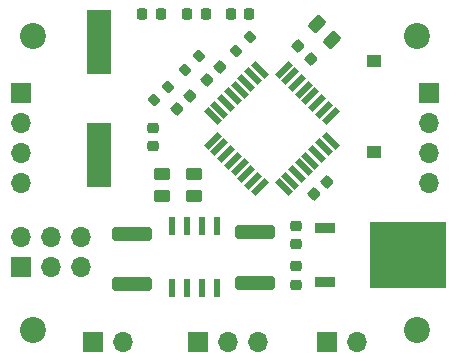
<source format=gbr>
%TF.GenerationSoftware,KiCad,Pcbnew,(6.0.2)*%
%TF.CreationDate,2022-04-29T01:07:20-04:00*%
%TF.ProjectId,Spacecraft ATmega328 MOSFET,53706163-6563-4726-9166-742041546d65,rev?*%
%TF.SameCoordinates,Original*%
%TF.FileFunction,Soldermask,Top*%
%TF.FilePolarity,Negative*%
%FSLAX46Y46*%
G04 Gerber Fmt 4.6, Leading zero omitted, Abs format (unit mm)*
G04 Created by KiCad (PCBNEW (6.0.2)) date 2022-04-29 01:07:20*
%MOMM*%
%LPD*%
G01*
G04 APERTURE LIST*
G04 Aperture macros list*
%AMRoundRect*
0 Rectangle with rounded corners*
0 $1 Rounding radius*
0 $2 $3 $4 $5 $6 $7 $8 $9 X,Y pos of 4 corners*
0 Add a 4 corners polygon primitive as box body*
4,1,4,$2,$3,$4,$5,$6,$7,$8,$9,$2,$3,0*
0 Add four circle primitives for the rounded corners*
1,1,$1+$1,$2,$3*
1,1,$1+$1,$4,$5*
1,1,$1+$1,$6,$7*
1,1,$1+$1,$8,$9*
0 Add four rect primitives between the rounded corners*
20,1,$1+$1,$2,$3,$4,$5,0*
20,1,$1+$1,$4,$5,$6,$7,0*
20,1,$1+$1,$6,$7,$8,$9,0*
20,1,$1+$1,$8,$9,$2,$3,0*%
%AMRotRect*
0 Rectangle, with rotation*
0 The origin of the aperture is its center*
0 $1 length*
0 $2 width*
0 $3 Rotation angle, in degrees counterclockwise*
0 Add horizontal line*
21,1,$1,$2,0,0,$3*%
G04 Aperture macros list end*
%ADD10RoundRect,0.225000X0.017678X-0.335876X0.335876X-0.017678X-0.017678X0.335876X-0.335876X0.017678X0*%
%ADD11RoundRect,0.225000X0.250000X-0.225000X0.250000X0.225000X-0.250000X0.225000X-0.250000X-0.225000X0*%
%ADD12RoundRect,0.225000X-0.335876X-0.017678X-0.017678X-0.335876X0.335876X0.017678X0.017678X0.335876X0*%
%ADD13RoundRect,0.250000X-1.450000X0.312500X-1.450000X-0.312500X1.450000X-0.312500X1.450000X0.312500X0*%
%ADD14R,1.700000X1.700000*%
%ADD15O,1.700000X1.700000*%
%ADD16RoundRect,0.250000X-0.503814X-0.132583X-0.132583X-0.503814X0.503814X0.132583X0.132583X0.503814X0*%
%ADD17RoundRect,0.200000X0.053033X-0.335876X0.335876X-0.053033X-0.053033X0.335876X-0.335876X0.053033X0*%
%ADD18RotRect,1.600000X0.550000X315.000000*%
%ADD19RotRect,1.600000X0.550000X45.000000*%
%ADD20C,2.200000*%
%ADD21R,2.000000X5.500000*%
%ADD22R,1.250000X1.000000*%
%ADD23RoundRect,0.225000X-0.250000X0.225000X-0.250000X-0.225000X0.250000X-0.225000X0.250000X0.225000X0*%
%ADD24RoundRect,0.250000X0.450000X-0.262500X0.450000X0.262500X-0.450000X0.262500X-0.450000X-0.262500X0*%
%ADD25RoundRect,0.041300X-0.253700X0.748700X-0.253700X-0.748700X0.253700X-0.748700X0.253700X0.748700X0*%
%ADD26R,1.730000X0.960000*%
%ADD27R,6.490000X5.630000*%
%ADD28RoundRect,0.218750X-0.218750X-0.256250X0.218750X-0.256250X0.218750X0.256250X-0.218750X0.256250X0*%
G04 APERTURE END LIST*
D10*
%TO.C,C2*%
X114251992Y-77648008D03*
X115348008Y-76551992D03*
%TD*%
%TO.C,C1*%
X105151992Y-67948008D03*
X106248008Y-66851992D03*
%TD*%
%TO.C,C3*%
X102651992Y-70448008D03*
X103748008Y-69351992D03*
%TD*%
D11*
%TO.C,C4*%
X100550000Y-73575000D03*
X100550000Y-72025000D03*
%TD*%
D12*
%TO.C,C6*%
X112851992Y-65051992D03*
X113948008Y-66148008D03*
%TD*%
D13*
%TO.C,D2*%
X98800000Y-80962500D03*
X98800000Y-85237500D03*
%TD*%
D14*
%TO.C,J4*%
X104394000Y-90170000D03*
D15*
X106934000Y-90170000D03*
X109474000Y-90170000D03*
%TD*%
D16*
%TO.C,R5*%
X114454765Y-63254765D03*
X115745235Y-64545235D03*
%TD*%
D17*
%TO.C,R7*%
X100716637Y-69683363D03*
X101883363Y-68516637D03*
%TD*%
%TO.C,R8*%
X103316637Y-67083363D03*
X104483363Y-65916637D03*
%TD*%
D18*
%TO.C,328p*%
X109610695Y-67082897D03*
X109045010Y-67648583D03*
X108479324Y-68214268D03*
X107913639Y-68779953D03*
X107347953Y-69345639D03*
X106782268Y-69911324D03*
X106216583Y-70477010D03*
X105650897Y-71042695D03*
D19*
X105650897Y-73093305D03*
X106216583Y-73658990D03*
X106782268Y-74224676D03*
X107347953Y-74790361D03*
X107913639Y-75356047D03*
X108479324Y-75921732D03*
X109045010Y-76487417D03*
X109610695Y-77053103D03*
D18*
X111661305Y-77053103D03*
X112226990Y-76487417D03*
X112792676Y-75921732D03*
X113358361Y-75356047D03*
X113924047Y-74790361D03*
X114489732Y-74224676D03*
X115055417Y-73658990D03*
X115621103Y-73093305D03*
D19*
X115621103Y-71042695D03*
X115055417Y-70477010D03*
X114489732Y-69911324D03*
X113924047Y-69345639D03*
X113358361Y-68779953D03*
X112792676Y-68214268D03*
X112226990Y-67648583D03*
X111661305Y-67082897D03*
%TD*%
D14*
%TO.C,J1*%
X89408000Y-69088000D03*
D15*
X89408000Y-71628000D03*
X89408000Y-74168000D03*
X89408000Y-76708000D03*
%TD*%
D14*
%TO.C,J5*%
X95504000Y-90170000D03*
D15*
X98044000Y-90170000D03*
%TD*%
D20*
%TO.C,H2*%
X90424000Y-89154000D03*
%TD*%
%TO.C,H3*%
X90424000Y-64262000D03*
%TD*%
D21*
%TO.C,Y1*%
X96012000Y-64770000D03*
X96012000Y-74270000D03*
%TD*%
D14*
%TO.C,J3*%
X89408000Y-83820000D03*
D15*
X89408000Y-81280000D03*
X91948000Y-83820000D03*
X91948000Y-81280000D03*
X94488000Y-83820000D03*
X94488000Y-81280000D03*
%TD*%
D17*
%TO.C,R6*%
X107616637Y-65483363D03*
X108783363Y-64316637D03*
%TD*%
D22*
%TO.C,SW1*%
X119300000Y-66325000D03*
X119300000Y-74075000D03*
%TD*%
D20*
%TO.C,H4*%
X122936000Y-89154000D03*
%TD*%
D11*
%TO.C,C7*%
X112700000Y-85275000D03*
X112700000Y-83725000D03*
%TD*%
D23*
%TO.C,C5*%
X112700000Y-80325000D03*
X112700000Y-81875000D03*
%TD*%
D24*
%TO.C,R2*%
X101350000Y-77762500D03*
X101350000Y-75937500D03*
%TD*%
D25*
%TO.C,U2*%
X106045000Y-80350000D03*
X104775000Y-80350000D03*
X103505000Y-80350000D03*
X102235000Y-80350000D03*
X102235000Y-85600000D03*
X103505000Y-85600000D03*
X104775000Y-85600000D03*
X106045000Y-85600000D03*
%TD*%
D26*
%TO.C,VR1*%
X115154000Y-80519000D03*
X115154000Y-85089000D03*
D27*
X122174000Y-82804000D03*
%TD*%
D28*
%TO.C,Rx*%
X103462500Y-62400000D03*
X105037500Y-62400000D03*
%TD*%
%TO.C,Tx*%
X99662500Y-62400000D03*
X101237500Y-62400000D03*
%TD*%
%TO.C,5V*%
X107162500Y-62350000D03*
X108737500Y-62350000D03*
%TD*%
D14*
%TO.C,Jv*%
X115316000Y-90170000D03*
D15*
X117856000Y-90170000D03*
%TD*%
D24*
%TO.C,R3*%
X104050000Y-77762500D03*
X104050000Y-75937500D03*
%TD*%
D13*
%TO.C,D3*%
X109200000Y-80862500D03*
X109200000Y-85137500D03*
%TD*%
D14*
%TO.C,J2*%
X123952000Y-69088000D03*
D15*
X123952000Y-71628000D03*
X123952000Y-74168000D03*
X123952000Y-76708000D03*
%TD*%
D20*
%TO.C,H1*%
X122936000Y-64262000D03*
%TD*%
M02*

</source>
